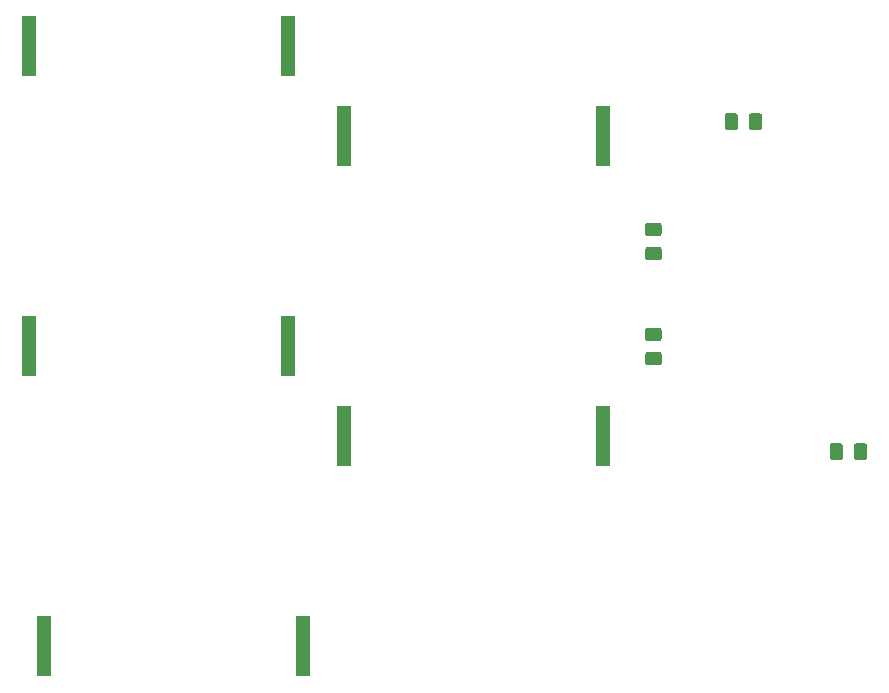
<source format=gbr>
G04 #@! TF.GenerationSoftware,KiCad,Pcbnew,(5.1.5-0-10_14)*
G04 #@! TF.CreationDate,2020-05-17T15:29:09+03:00*
G04 #@! TF.ProjectId,final,66696e61-6c2e-46b6-9963-61645f706362,rev?*
G04 #@! TF.SameCoordinates,Original*
G04 #@! TF.FileFunction,Paste,Top*
G04 #@! TF.FilePolarity,Positive*
%FSLAX46Y46*%
G04 Gerber Fmt 4.6, Leading zero omitted, Abs format (unit mm)*
G04 Created by KiCad (PCBNEW (5.1.5-0-10_14)) date 2020-05-17 15:29:09*
%MOMM*%
%LPD*%
G04 APERTURE LIST*
%ADD10R,1.270000X5.080000*%
%ADD11C,0.100000*%
G04 APERTURE END LIST*
D10*
X111315000Y-105410000D03*
X89345000Y-105410000D03*
D11*
G36*
X142714505Y-94921204D02*
G01*
X142738773Y-94924804D01*
X142762572Y-94930765D01*
X142785671Y-94939030D01*
X142807850Y-94949520D01*
X142828893Y-94962132D01*
X142848599Y-94976747D01*
X142866777Y-94993223D01*
X142883253Y-95011401D01*
X142897868Y-95031107D01*
X142910480Y-95052150D01*
X142920970Y-95074329D01*
X142929235Y-95097428D01*
X142935196Y-95121227D01*
X142938796Y-95145495D01*
X142940000Y-95169999D01*
X142940000Y-95820001D01*
X142938796Y-95844505D01*
X142935196Y-95868773D01*
X142929235Y-95892572D01*
X142920970Y-95915671D01*
X142910480Y-95937850D01*
X142897868Y-95958893D01*
X142883253Y-95978599D01*
X142866777Y-95996777D01*
X142848599Y-96013253D01*
X142828893Y-96027868D01*
X142807850Y-96040480D01*
X142785671Y-96050970D01*
X142762572Y-96059235D01*
X142738773Y-96065196D01*
X142714505Y-96068796D01*
X142690001Y-96070000D01*
X141789999Y-96070000D01*
X141765495Y-96068796D01*
X141741227Y-96065196D01*
X141717428Y-96059235D01*
X141694329Y-96050970D01*
X141672150Y-96040480D01*
X141651107Y-96027868D01*
X141631401Y-96013253D01*
X141613223Y-95996777D01*
X141596747Y-95978599D01*
X141582132Y-95958893D01*
X141569520Y-95937850D01*
X141559030Y-95915671D01*
X141550765Y-95892572D01*
X141544804Y-95868773D01*
X141541204Y-95844505D01*
X141540000Y-95820001D01*
X141540000Y-95169999D01*
X141541204Y-95145495D01*
X141544804Y-95121227D01*
X141550765Y-95097428D01*
X141559030Y-95074329D01*
X141569520Y-95052150D01*
X141582132Y-95031107D01*
X141596747Y-95011401D01*
X141613223Y-94993223D01*
X141631401Y-94976747D01*
X141651107Y-94962132D01*
X141672150Y-94949520D01*
X141694329Y-94939030D01*
X141717428Y-94930765D01*
X141741227Y-94924804D01*
X141765495Y-94921204D01*
X141789999Y-94920000D01*
X142690001Y-94920000D01*
X142714505Y-94921204D01*
G37*
G36*
X142714505Y-96971204D02*
G01*
X142738773Y-96974804D01*
X142762572Y-96980765D01*
X142785671Y-96989030D01*
X142807850Y-96999520D01*
X142828893Y-97012132D01*
X142848599Y-97026747D01*
X142866777Y-97043223D01*
X142883253Y-97061401D01*
X142897868Y-97081107D01*
X142910480Y-97102150D01*
X142920970Y-97124329D01*
X142929235Y-97147428D01*
X142935196Y-97171227D01*
X142938796Y-97195495D01*
X142940000Y-97219999D01*
X142940000Y-97870001D01*
X142938796Y-97894505D01*
X142935196Y-97918773D01*
X142929235Y-97942572D01*
X142920970Y-97965671D01*
X142910480Y-97987850D01*
X142897868Y-98008893D01*
X142883253Y-98028599D01*
X142866777Y-98046777D01*
X142848599Y-98063253D01*
X142828893Y-98077868D01*
X142807850Y-98090480D01*
X142785671Y-98100970D01*
X142762572Y-98109235D01*
X142738773Y-98115196D01*
X142714505Y-98118796D01*
X142690001Y-98120000D01*
X141789999Y-98120000D01*
X141765495Y-98118796D01*
X141741227Y-98115196D01*
X141717428Y-98109235D01*
X141694329Y-98100970D01*
X141672150Y-98090480D01*
X141651107Y-98077868D01*
X141631401Y-98063253D01*
X141613223Y-98046777D01*
X141596747Y-98028599D01*
X141582132Y-98008893D01*
X141569520Y-97987850D01*
X141559030Y-97965671D01*
X141550765Y-97942572D01*
X141544804Y-97918773D01*
X141541204Y-97894505D01*
X141540000Y-97870001D01*
X141540000Y-97219999D01*
X141541204Y-97195495D01*
X141544804Y-97171227D01*
X141550765Y-97147428D01*
X141559030Y-97124329D01*
X141569520Y-97102150D01*
X141582132Y-97081107D01*
X141596747Y-97061401D01*
X141613223Y-97043223D01*
X141631401Y-97026747D01*
X141651107Y-97012132D01*
X141672150Y-96999520D01*
X141694329Y-96989030D01*
X141717428Y-96980765D01*
X141741227Y-96974804D01*
X141765495Y-96971204D01*
X141789999Y-96970000D01*
X142690001Y-96970000D01*
X142714505Y-96971204D01*
G37*
D10*
X137985000Y-87630000D03*
X116015000Y-87630000D03*
X89345000Y-80010000D03*
X111315000Y-80010000D03*
X90615000Y-130810000D03*
X112585000Y-130810000D03*
X137985000Y-113030000D03*
X116015000Y-113030000D03*
D11*
G36*
X160124505Y-113601204D02*
G01*
X160148773Y-113604804D01*
X160172572Y-113610765D01*
X160195671Y-113619030D01*
X160217850Y-113629520D01*
X160238893Y-113642132D01*
X160258599Y-113656747D01*
X160276777Y-113673223D01*
X160293253Y-113691401D01*
X160307868Y-113711107D01*
X160320480Y-113732150D01*
X160330970Y-113754329D01*
X160339235Y-113777428D01*
X160345196Y-113801227D01*
X160348796Y-113825495D01*
X160350000Y-113849999D01*
X160350000Y-114750001D01*
X160348796Y-114774505D01*
X160345196Y-114798773D01*
X160339235Y-114822572D01*
X160330970Y-114845671D01*
X160320480Y-114867850D01*
X160307868Y-114888893D01*
X160293253Y-114908599D01*
X160276777Y-114926777D01*
X160258599Y-114943253D01*
X160238893Y-114957868D01*
X160217850Y-114970480D01*
X160195671Y-114980970D01*
X160172572Y-114989235D01*
X160148773Y-114995196D01*
X160124505Y-114998796D01*
X160100001Y-115000000D01*
X159449999Y-115000000D01*
X159425495Y-114998796D01*
X159401227Y-114995196D01*
X159377428Y-114989235D01*
X159354329Y-114980970D01*
X159332150Y-114970480D01*
X159311107Y-114957868D01*
X159291401Y-114943253D01*
X159273223Y-114926777D01*
X159256747Y-114908599D01*
X159242132Y-114888893D01*
X159229520Y-114867850D01*
X159219030Y-114845671D01*
X159210765Y-114822572D01*
X159204804Y-114798773D01*
X159201204Y-114774505D01*
X159200000Y-114750001D01*
X159200000Y-113849999D01*
X159201204Y-113825495D01*
X159204804Y-113801227D01*
X159210765Y-113777428D01*
X159219030Y-113754329D01*
X159229520Y-113732150D01*
X159242132Y-113711107D01*
X159256747Y-113691401D01*
X159273223Y-113673223D01*
X159291401Y-113656747D01*
X159311107Y-113642132D01*
X159332150Y-113629520D01*
X159354329Y-113619030D01*
X159377428Y-113610765D01*
X159401227Y-113604804D01*
X159425495Y-113601204D01*
X159449999Y-113600000D01*
X160100001Y-113600000D01*
X160124505Y-113601204D01*
G37*
G36*
X158074505Y-113601204D02*
G01*
X158098773Y-113604804D01*
X158122572Y-113610765D01*
X158145671Y-113619030D01*
X158167850Y-113629520D01*
X158188893Y-113642132D01*
X158208599Y-113656747D01*
X158226777Y-113673223D01*
X158243253Y-113691401D01*
X158257868Y-113711107D01*
X158270480Y-113732150D01*
X158280970Y-113754329D01*
X158289235Y-113777428D01*
X158295196Y-113801227D01*
X158298796Y-113825495D01*
X158300000Y-113849999D01*
X158300000Y-114750001D01*
X158298796Y-114774505D01*
X158295196Y-114798773D01*
X158289235Y-114822572D01*
X158280970Y-114845671D01*
X158270480Y-114867850D01*
X158257868Y-114888893D01*
X158243253Y-114908599D01*
X158226777Y-114926777D01*
X158208599Y-114943253D01*
X158188893Y-114957868D01*
X158167850Y-114970480D01*
X158145671Y-114980970D01*
X158122572Y-114989235D01*
X158098773Y-114995196D01*
X158074505Y-114998796D01*
X158050001Y-115000000D01*
X157399999Y-115000000D01*
X157375495Y-114998796D01*
X157351227Y-114995196D01*
X157327428Y-114989235D01*
X157304329Y-114980970D01*
X157282150Y-114970480D01*
X157261107Y-114957868D01*
X157241401Y-114943253D01*
X157223223Y-114926777D01*
X157206747Y-114908599D01*
X157192132Y-114888893D01*
X157179520Y-114867850D01*
X157169030Y-114845671D01*
X157160765Y-114822572D01*
X157154804Y-114798773D01*
X157151204Y-114774505D01*
X157150000Y-114750001D01*
X157150000Y-113849999D01*
X157151204Y-113825495D01*
X157154804Y-113801227D01*
X157160765Y-113777428D01*
X157169030Y-113754329D01*
X157179520Y-113732150D01*
X157192132Y-113711107D01*
X157206747Y-113691401D01*
X157223223Y-113673223D01*
X157241401Y-113656747D01*
X157261107Y-113642132D01*
X157282150Y-113629520D01*
X157304329Y-113619030D01*
X157327428Y-113610765D01*
X157351227Y-113604804D01*
X157375495Y-113601204D01*
X157399999Y-113600000D01*
X158050001Y-113600000D01*
X158074505Y-113601204D01*
G37*
G36*
X149184505Y-85661204D02*
G01*
X149208773Y-85664804D01*
X149232572Y-85670765D01*
X149255671Y-85679030D01*
X149277850Y-85689520D01*
X149298893Y-85702132D01*
X149318599Y-85716747D01*
X149336777Y-85733223D01*
X149353253Y-85751401D01*
X149367868Y-85771107D01*
X149380480Y-85792150D01*
X149390970Y-85814329D01*
X149399235Y-85837428D01*
X149405196Y-85861227D01*
X149408796Y-85885495D01*
X149410000Y-85909999D01*
X149410000Y-86810001D01*
X149408796Y-86834505D01*
X149405196Y-86858773D01*
X149399235Y-86882572D01*
X149390970Y-86905671D01*
X149380480Y-86927850D01*
X149367868Y-86948893D01*
X149353253Y-86968599D01*
X149336777Y-86986777D01*
X149318599Y-87003253D01*
X149298893Y-87017868D01*
X149277850Y-87030480D01*
X149255671Y-87040970D01*
X149232572Y-87049235D01*
X149208773Y-87055196D01*
X149184505Y-87058796D01*
X149160001Y-87060000D01*
X148509999Y-87060000D01*
X148485495Y-87058796D01*
X148461227Y-87055196D01*
X148437428Y-87049235D01*
X148414329Y-87040970D01*
X148392150Y-87030480D01*
X148371107Y-87017868D01*
X148351401Y-87003253D01*
X148333223Y-86986777D01*
X148316747Y-86968599D01*
X148302132Y-86948893D01*
X148289520Y-86927850D01*
X148279030Y-86905671D01*
X148270765Y-86882572D01*
X148264804Y-86858773D01*
X148261204Y-86834505D01*
X148260000Y-86810001D01*
X148260000Y-85909999D01*
X148261204Y-85885495D01*
X148264804Y-85861227D01*
X148270765Y-85837428D01*
X148279030Y-85814329D01*
X148289520Y-85792150D01*
X148302132Y-85771107D01*
X148316747Y-85751401D01*
X148333223Y-85733223D01*
X148351401Y-85716747D01*
X148371107Y-85702132D01*
X148392150Y-85689520D01*
X148414329Y-85679030D01*
X148437428Y-85670765D01*
X148461227Y-85664804D01*
X148485495Y-85661204D01*
X148509999Y-85660000D01*
X149160001Y-85660000D01*
X149184505Y-85661204D01*
G37*
G36*
X151234505Y-85661204D02*
G01*
X151258773Y-85664804D01*
X151282572Y-85670765D01*
X151305671Y-85679030D01*
X151327850Y-85689520D01*
X151348893Y-85702132D01*
X151368599Y-85716747D01*
X151386777Y-85733223D01*
X151403253Y-85751401D01*
X151417868Y-85771107D01*
X151430480Y-85792150D01*
X151440970Y-85814329D01*
X151449235Y-85837428D01*
X151455196Y-85861227D01*
X151458796Y-85885495D01*
X151460000Y-85909999D01*
X151460000Y-86810001D01*
X151458796Y-86834505D01*
X151455196Y-86858773D01*
X151449235Y-86882572D01*
X151440970Y-86905671D01*
X151430480Y-86927850D01*
X151417868Y-86948893D01*
X151403253Y-86968599D01*
X151386777Y-86986777D01*
X151368599Y-87003253D01*
X151348893Y-87017868D01*
X151327850Y-87030480D01*
X151305671Y-87040970D01*
X151282572Y-87049235D01*
X151258773Y-87055196D01*
X151234505Y-87058796D01*
X151210001Y-87060000D01*
X150559999Y-87060000D01*
X150535495Y-87058796D01*
X150511227Y-87055196D01*
X150487428Y-87049235D01*
X150464329Y-87040970D01*
X150442150Y-87030480D01*
X150421107Y-87017868D01*
X150401401Y-87003253D01*
X150383223Y-86986777D01*
X150366747Y-86968599D01*
X150352132Y-86948893D01*
X150339520Y-86927850D01*
X150329030Y-86905671D01*
X150320765Y-86882572D01*
X150314804Y-86858773D01*
X150311204Y-86834505D01*
X150310000Y-86810001D01*
X150310000Y-85909999D01*
X150311204Y-85885495D01*
X150314804Y-85861227D01*
X150320765Y-85837428D01*
X150329030Y-85814329D01*
X150339520Y-85792150D01*
X150352132Y-85771107D01*
X150366747Y-85751401D01*
X150383223Y-85733223D01*
X150401401Y-85716747D01*
X150421107Y-85702132D01*
X150442150Y-85689520D01*
X150464329Y-85679030D01*
X150487428Y-85670765D01*
X150511227Y-85664804D01*
X150535495Y-85661204D01*
X150559999Y-85660000D01*
X151210001Y-85660000D01*
X151234505Y-85661204D01*
G37*
G36*
X142714505Y-105861204D02*
G01*
X142738773Y-105864804D01*
X142762572Y-105870765D01*
X142785671Y-105879030D01*
X142807850Y-105889520D01*
X142828893Y-105902132D01*
X142848599Y-105916747D01*
X142866777Y-105933223D01*
X142883253Y-105951401D01*
X142897868Y-105971107D01*
X142910480Y-105992150D01*
X142920970Y-106014329D01*
X142929235Y-106037428D01*
X142935196Y-106061227D01*
X142938796Y-106085495D01*
X142940000Y-106109999D01*
X142940000Y-106760001D01*
X142938796Y-106784505D01*
X142935196Y-106808773D01*
X142929235Y-106832572D01*
X142920970Y-106855671D01*
X142910480Y-106877850D01*
X142897868Y-106898893D01*
X142883253Y-106918599D01*
X142866777Y-106936777D01*
X142848599Y-106953253D01*
X142828893Y-106967868D01*
X142807850Y-106980480D01*
X142785671Y-106990970D01*
X142762572Y-106999235D01*
X142738773Y-107005196D01*
X142714505Y-107008796D01*
X142690001Y-107010000D01*
X141789999Y-107010000D01*
X141765495Y-107008796D01*
X141741227Y-107005196D01*
X141717428Y-106999235D01*
X141694329Y-106990970D01*
X141672150Y-106980480D01*
X141651107Y-106967868D01*
X141631401Y-106953253D01*
X141613223Y-106936777D01*
X141596747Y-106918599D01*
X141582132Y-106898893D01*
X141569520Y-106877850D01*
X141559030Y-106855671D01*
X141550765Y-106832572D01*
X141544804Y-106808773D01*
X141541204Y-106784505D01*
X141540000Y-106760001D01*
X141540000Y-106109999D01*
X141541204Y-106085495D01*
X141544804Y-106061227D01*
X141550765Y-106037428D01*
X141559030Y-106014329D01*
X141569520Y-105992150D01*
X141582132Y-105971107D01*
X141596747Y-105951401D01*
X141613223Y-105933223D01*
X141631401Y-105916747D01*
X141651107Y-105902132D01*
X141672150Y-105889520D01*
X141694329Y-105879030D01*
X141717428Y-105870765D01*
X141741227Y-105864804D01*
X141765495Y-105861204D01*
X141789999Y-105860000D01*
X142690001Y-105860000D01*
X142714505Y-105861204D01*
G37*
G36*
X142714505Y-103811204D02*
G01*
X142738773Y-103814804D01*
X142762572Y-103820765D01*
X142785671Y-103829030D01*
X142807850Y-103839520D01*
X142828893Y-103852132D01*
X142848599Y-103866747D01*
X142866777Y-103883223D01*
X142883253Y-103901401D01*
X142897868Y-103921107D01*
X142910480Y-103942150D01*
X142920970Y-103964329D01*
X142929235Y-103987428D01*
X142935196Y-104011227D01*
X142938796Y-104035495D01*
X142940000Y-104059999D01*
X142940000Y-104710001D01*
X142938796Y-104734505D01*
X142935196Y-104758773D01*
X142929235Y-104782572D01*
X142920970Y-104805671D01*
X142910480Y-104827850D01*
X142897868Y-104848893D01*
X142883253Y-104868599D01*
X142866777Y-104886777D01*
X142848599Y-104903253D01*
X142828893Y-104917868D01*
X142807850Y-104930480D01*
X142785671Y-104940970D01*
X142762572Y-104949235D01*
X142738773Y-104955196D01*
X142714505Y-104958796D01*
X142690001Y-104960000D01*
X141789999Y-104960000D01*
X141765495Y-104958796D01*
X141741227Y-104955196D01*
X141717428Y-104949235D01*
X141694329Y-104940970D01*
X141672150Y-104930480D01*
X141651107Y-104917868D01*
X141631401Y-104903253D01*
X141613223Y-104886777D01*
X141596747Y-104868599D01*
X141582132Y-104848893D01*
X141569520Y-104827850D01*
X141559030Y-104805671D01*
X141550765Y-104782572D01*
X141544804Y-104758773D01*
X141541204Y-104734505D01*
X141540000Y-104710001D01*
X141540000Y-104059999D01*
X141541204Y-104035495D01*
X141544804Y-104011227D01*
X141550765Y-103987428D01*
X141559030Y-103964329D01*
X141569520Y-103942150D01*
X141582132Y-103921107D01*
X141596747Y-103901401D01*
X141613223Y-103883223D01*
X141631401Y-103866747D01*
X141651107Y-103852132D01*
X141672150Y-103839520D01*
X141694329Y-103829030D01*
X141717428Y-103820765D01*
X141741227Y-103814804D01*
X141765495Y-103811204D01*
X141789999Y-103810000D01*
X142690001Y-103810000D01*
X142714505Y-103811204D01*
G37*
M02*

</source>
